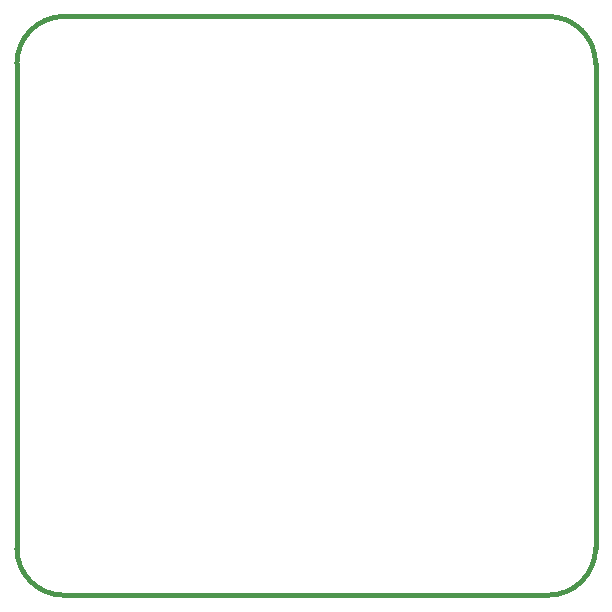
<source format=gko>
%TF.GenerationSoftware,KiCad,Pcbnew,(6.0.1)*%
%TF.CreationDate,2022-06-02T15:46:37-04:00*%
%TF.ProjectId,QTPy49,51545079-3439-42e6-9b69-6361645f7063,rev?*%
%TF.SameCoordinates,Original*%
%TF.FileFunction,Profile,NP*%
%FSLAX46Y46*%
G04 Gerber Fmt 4.6, Leading zero omitted, Abs format (unit mm)*
G04 Created by KiCad (PCBNEW (6.0.1)) date 2022-06-02 15:46:37*
%MOMM*%
%LPD*%
G01*
G04 APERTURE LIST*
%TA.AperFunction,Profile*%
%ADD10C,0.381000*%
%TD*%
G04 APERTURE END LIST*
D10*
X-1Y-45000000D02*
G75*
G03*
X4000000Y-49000000I3973511J-26489D01*
G01*
X49000000Y-45000000D02*
X49000000Y-4000000D01*
X45000000Y-48999998D02*
G75*
G03*
X49000000Y-45000000I2J3999998D01*
G01*
X4000000Y-2D02*
G75*
G03*
X0Y-4000000I-2J-3999998D01*
G01*
X4000000Y-49000000D02*
X45000000Y-49000000D01*
X45000000Y0D02*
X4000000Y0D01*
X0Y-4000000D02*
X0Y-45000000D01*
X48999998Y-4000000D02*
G75*
G03*
X45000000Y0I-3999998J2D01*
G01*
M02*

</source>
